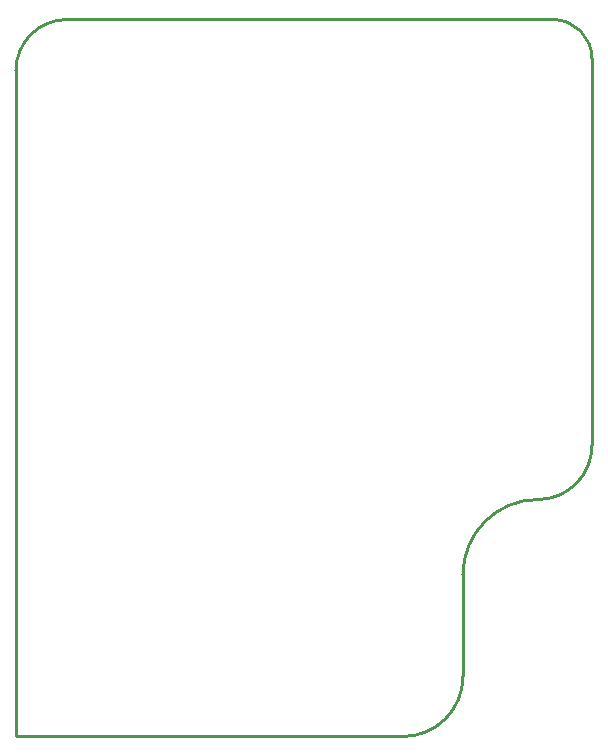
<source format=gbr>
G04 start of page 5 for group 9 layer_idx 6 *
G04 Title: (unknown), global_outline *
G04 Creator: pcb-rnd 2.0.0 *
G04 CreationDate: 2018-06-06 15:15:13 UTC *
G04 For:  *
G04 Format: Gerber/RS-274X *
G04 PCB-Dimensions: 500000 500000 *
G04 PCB-Coordinate-Origin: lower left *
%MOIN*%
%FSLAX25Y25*%
%LNOUTLINE*%
%ADD57C,0.0100*%
G54D57*X197000Y171660D02*X326000D01*
X346000Y191660D02*Y225660D01*
X389000Y268660D02*Y397660D01*
X197000Y393660D02*Y171660D01*
X214000Y410660D02*X376000D01*
X389000Y397660D02*G75*G03X376000Y410660I-13000J0D01*G01*
X326000Y171660D02*G75*G03X346000Y191660I0J20000D01*G01*
X371000Y250660D02*G75*G03X389000Y268660I0J18000D01*G01*
X346000Y225660D02*G75*G02X371000Y250660I25000J0D01*G01*
X214000Y410660D02*G75*G03X197000Y393660I0J-17000D01*G01*
M02*

</source>
